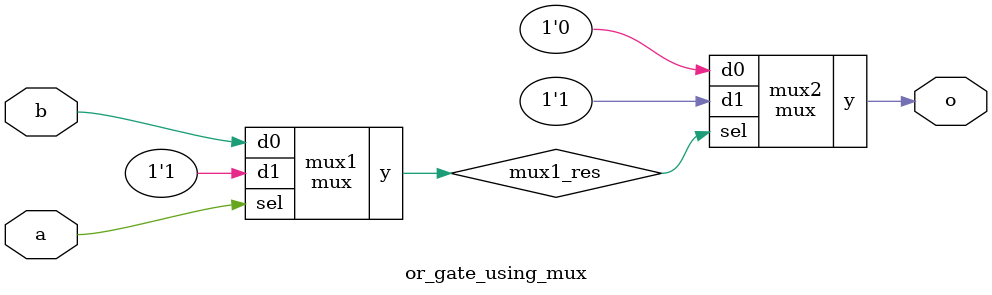
<source format=sv>

module mux
(
  input  d0, d1,
  input  sel,
  output y
);

  assign y = sel ? d1 : d0;

endmodule

//----------------------------------------------------------------------------
// Task
//----------------------------------------------------------------------------

module or_gate_using_mux
(
    input  a,
    input  b,
    output o
);

  // Store the result of mux1.
  logic mux1_res;

  mux mux1 (
    .d0(b),
    .d1(1),
    .sel(a),
    .y(mux1_res)
  );

  mux mux2 (
    .d0(0),
    .d1(1),
    .sel(mux1_res),
    .y(o)
  );

  // Solution in ternary: a ? 1 : b ? 1 : 0;

  // Task:

  // Implement or gate using instance(s) of mux,
  // constants 0 and 1, and wire connections


endmodule

</source>
